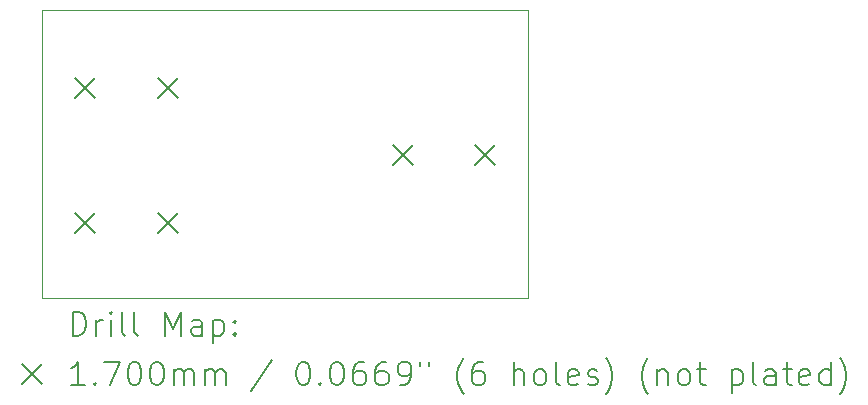
<source format=gbr>
%TF.GenerationSoftware,KiCad,Pcbnew,8.0.8*%
%TF.CreationDate,2025-03-16T01:19:41+08:00*%
%TF.ProjectId,TwoWayAudioSwitch-V1,54776f57-6179-4417-9564-696f53776974,rev?*%
%TF.SameCoordinates,Original*%
%TF.FileFunction,Drillmap*%
%TF.FilePolarity,Positive*%
%FSLAX45Y45*%
G04 Gerber Fmt 4.5, Leading zero omitted, Abs format (unit mm)*
G04 Created by KiCad (PCBNEW 8.0.8) date 2025-03-16 01:19:41*
%MOMM*%
%LPD*%
G01*
G04 APERTURE LIST*
%ADD10C,0.050000*%
%ADD11C,0.200000*%
%ADD12C,0.170000*%
G04 APERTURE END LIST*
D10*
X11017250Y-6301740D02*
X15129510Y-6301740D01*
X15129510Y-8742680D01*
X11017250Y-8742680D01*
X11017250Y-6301740D01*
D11*
D12*
X11294780Y-6872900D02*
X11464780Y-7042900D01*
X11464780Y-6872900D02*
X11294780Y-7042900D01*
X11297780Y-8015060D02*
X11467780Y-8185060D01*
X11467780Y-8015060D02*
X11297780Y-8185060D01*
X11994780Y-6872900D02*
X12164780Y-7042900D01*
X12164780Y-6872900D02*
X11994780Y-7042900D01*
X11997780Y-8015060D02*
X12167780Y-8185060D01*
X12167780Y-8015060D02*
X11997780Y-8185060D01*
X13986180Y-7443560D02*
X14156180Y-7613560D01*
X14156180Y-7443560D02*
X13986180Y-7613560D01*
X14686180Y-7443560D02*
X14856180Y-7613560D01*
X14856180Y-7443560D02*
X14686180Y-7613560D01*
D11*
X11275527Y-9056664D02*
X11275527Y-8856664D01*
X11275527Y-8856664D02*
X11323146Y-8856664D01*
X11323146Y-8856664D02*
X11351717Y-8866188D01*
X11351717Y-8866188D02*
X11370765Y-8885235D01*
X11370765Y-8885235D02*
X11380289Y-8904283D01*
X11380289Y-8904283D02*
X11389812Y-8942378D01*
X11389812Y-8942378D02*
X11389812Y-8970950D01*
X11389812Y-8970950D02*
X11380289Y-9009045D01*
X11380289Y-9009045D02*
X11370765Y-9028092D01*
X11370765Y-9028092D02*
X11351717Y-9047140D01*
X11351717Y-9047140D02*
X11323146Y-9056664D01*
X11323146Y-9056664D02*
X11275527Y-9056664D01*
X11475527Y-9056664D02*
X11475527Y-8923330D01*
X11475527Y-8961426D02*
X11485051Y-8942378D01*
X11485051Y-8942378D02*
X11494574Y-8932854D01*
X11494574Y-8932854D02*
X11513622Y-8923330D01*
X11513622Y-8923330D02*
X11532670Y-8923330D01*
X11599336Y-9056664D02*
X11599336Y-8923330D01*
X11599336Y-8856664D02*
X11589812Y-8866188D01*
X11589812Y-8866188D02*
X11599336Y-8875711D01*
X11599336Y-8875711D02*
X11608860Y-8866188D01*
X11608860Y-8866188D02*
X11599336Y-8856664D01*
X11599336Y-8856664D02*
X11599336Y-8875711D01*
X11723146Y-9056664D02*
X11704098Y-9047140D01*
X11704098Y-9047140D02*
X11694574Y-9028092D01*
X11694574Y-9028092D02*
X11694574Y-8856664D01*
X11827908Y-9056664D02*
X11808860Y-9047140D01*
X11808860Y-9047140D02*
X11799336Y-9028092D01*
X11799336Y-9028092D02*
X11799336Y-8856664D01*
X12056479Y-9056664D02*
X12056479Y-8856664D01*
X12056479Y-8856664D02*
X12123146Y-8999521D01*
X12123146Y-8999521D02*
X12189812Y-8856664D01*
X12189812Y-8856664D02*
X12189812Y-9056664D01*
X12370765Y-9056664D02*
X12370765Y-8951902D01*
X12370765Y-8951902D02*
X12361241Y-8932854D01*
X12361241Y-8932854D02*
X12342193Y-8923330D01*
X12342193Y-8923330D02*
X12304098Y-8923330D01*
X12304098Y-8923330D02*
X12285051Y-8932854D01*
X12370765Y-9047140D02*
X12351717Y-9056664D01*
X12351717Y-9056664D02*
X12304098Y-9056664D01*
X12304098Y-9056664D02*
X12285051Y-9047140D01*
X12285051Y-9047140D02*
X12275527Y-9028092D01*
X12275527Y-9028092D02*
X12275527Y-9009045D01*
X12275527Y-9009045D02*
X12285051Y-8989997D01*
X12285051Y-8989997D02*
X12304098Y-8980473D01*
X12304098Y-8980473D02*
X12351717Y-8980473D01*
X12351717Y-8980473D02*
X12370765Y-8970950D01*
X12466003Y-8923330D02*
X12466003Y-9123330D01*
X12466003Y-8932854D02*
X12485051Y-8923330D01*
X12485051Y-8923330D02*
X12523146Y-8923330D01*
X12523146Y-8923330D02*
X12542193Y-8932854D01*
X12542193Y-8932854D02*
X12551717Y-8942378D01*
X12551717Y-8942378D02*
X12561241Y-8961426D01*
X12561241Y-8961426D02*
X12561241Y-9018569D01*
X12561241Y-9018569D02*
X12551717Y-9037616D01*
X12551717Y-9037616D02*
X12542193Y-9047140D01*
X12542193Y-9047140D02*
X12523146Y-9056664D01*
X12523146Y-9056664D02*
X12485051Y-9056664D01*
X12485051Y-9056664D02*
X12466003Y-9047140D01*
X12646955Y-9037616D02*
X12656479Y-9047140D01*
X12656479Y-9047140D02*
X12646955Y-9056664D01*
X12646955Y-9056664D02*
X12637432Y-9047140D01*
X12637432Y-9047140D02*
X12646955Y-9037616D01*
X12646955Y-9037616D02*
X12646955Y-9056664D01*
X12646955Y-8932854D02*
X12656479Y-8942378D01*
X12656479Y-8942378D02*
X12646955Y-8951902D01*
X12646955Y-8951902D02*
X12637432Y-8942378D01*
X12637432Y-8942378D02*
X12646955Y-8932854D01*
X12646955Y-8932854D02*
X12646955Y-8951902D01*
D12*
X10844750Y-9300180D02*
X11014750Y-9470180D01*
X11014750Y-9300180D02*
X10844750Y-9470180D01*
D11*
X11380289Y-9476664D02*
X11266003Y-9476664D01*
X11323146Y-9476664D02*
X11323146Y-9276664D01*
X11323146Y-9276664D02*
X11304098Y-9305235D01*
X11304098Y-9305235D02*
X11285051Y-9324283D01*
X11285051Y-9324283D02*
X11266003Y-9333807D01*
X11466003Y-9457616D02*
X11475527Y-9467140D01*
X11475527Y-9467140D02*
X11466003Y-9476664D01*
X11466003Y-9476664D02*
X11456479Y-9467140D01*
X11456479Y-9467140D02*
X11466003Y-9457616D01*
X11466003Y-9457616D02*
X11466003Y-9476664D01*
X11542193Y-9276664D02*
X11675527Y-9276664D01*
X11675527Y-9276664D02*
X11589812Y-9476664D01*
X11789812Y-9276664D02*
X11808860Y-9276664D01*
X11808860Y-9276664D02*
X11827908Y-9286188D01*
X11827908Y-9286188D02*
X11837432Y-9295711D01*
X11837432Y-9295711D02*
X11846955Y-9314759D01*
X11846955Y-9314759D02*
X11856479Y-9352854D01*
X11856479Y-9352854D02*
X11856479Y-9400473D01*
X11856479Y-9400473D02*
X11846955Y-9438569D01*
X11846955Y-9438569D02*
X11837432Y-9457616D01*
X11837432Y-9457616D02*
X11827908Y-9467140D01*
X11827908Y-9467140D02*
X11808860Y-9476664D01*
X11808860Y-9476664D02*
X11789812Y-9476664D01*
X11789812Y-9476664D02*
X11770765Y-9467140D01*
X11770765Y-9467140D02*
X11761241Y-9457616D01*
X11761241Y-9457616D02*
X11751717Y-9438569D01*
X11751717Y-9438569D02*
X11742193Y-9400473D01*
X11742193Y-9400473D02*
X11742193Y-9352854D01*
X11742193Y-9352854D02*
X11751717Y-9314759D01*
X11751717Y-9314759D02*
X11761241Y-9295711D01*
X11761241Y-9295711D02*
X11770765Y-9286188D01*
X11770765Y-9286188D02*
X11789812Y-9276664D01*
X11980289Y-9276664D02*
X11999336Y-9276664D01*
X11999336Y-9276664D02*
X12018384Y-9286188D01*
X12018384Y-9286188D02*
X12027908Y-9295711D01*
X12027908Y-9295711D02*
X12037432Y-9314759D01*
X12037432Y-9314759D02*
X12046955Y-9352854D01*
X12046955Y-9352854D02*
X12046955Y-9400473D01*
X12046955Y-9400473D02*
X12037432Y-9438569D01*
X12037432Y-9438569D02*
X12027908Y-9457616D01*
X12027908Y-9457616D02*
X12018384Y-9467140D01*
X12018384Y-9467140D02*
X11999336Y-9476664D01*
X11999336Y-9476664D02*
X11980289Y-9476664D01*
X11980289Y-9476664D02*
X11961241Y-9467140D01*
X11961241Y-9467140D02*
X11951717Y-9457616D01*
X11951717Y-9457616D02*
X11942193Y-9438569D01*
X11942193Y-9438569D02*
X11932670Y-9400473D01*
X11932670Y-9400473D02*
X11932670Y-9352854D01*
X11932670Y-9352854D02*
X11942193Y-9314759D01*
X11942193Y-9314759D02*
X11951717Y-9295711D01*
X11951717Y-9295711D02*
X11961241Y-9286188D01*
X11961241Y-9286188D02*
X11980289Y-9276664D01*
X12132670Y-9476664D02*
X12132670Y-9343330D01*
X12132670Y-9362378D02*
X12142193Y-9352854D01*
X12142193Y-9352854D02*
X12161241Y-9343330D01*
X12161241Y-9343330D02*
X12189813Y-9343330D01*
X12189813Y-9343330D02*
X12208860Y-9352854D01*
X12208860Y-9352854D02*
X12218384Y-9371902D01*
X12218384Y-9371902D02*
X12218384Y-9476664D01*
X12218384Y-9371902D02*
X12227908Y-9352854D01*
X12227908Y-9352854D02*
X12246955Y-9343330D01*
X12246955Y-9343330D02*
X12275527Y-9343330D01*
X12275527Y-9343330D02*
X12294574Y-9352854D01*
X12294574Y-9352854D02*
X12304098Y-9371902D01*
X12304098Y-9371902D02*
X12304098Y-9476664D01*
X12399336Y-9476664D02*
X12399336Y-9343330D01*
X12399336Y-9362378D02*
X12408860Y-9352854D01*
X12408860Y-9352854D02*
X12427908Y-9343330D01*
X12427908Y-9343330D02*
X12456479Y-9343330D01*
X12456479Y-9343330D02*
X12475527Y-9352854D01*
X12475527Y-9352854D02*
X12485051Y-9371902D01*
X12485051Y-9371902D02*
X12485051Y-9476664D01*
X12485051Y-9371902D02*
X12494574Y-9352854D01*
X12494574Y-9352854D02*
X12513622Y-9343330D01*
X12513622Y-9343330D02*
X12542193Y-9343330D01*
X12542193Y-9343330D02*
X12561241Y-9352854D01*
X12561241Y-9352854D02*
X12570765Y-9371902D01*
X12570765Y-9371902D02*
X12570765Y-9476664D01*
X12961241Y-9267140D02*
X12789813Y-9524283D01*
X13218384Y-9276664D02*
X13237432Y-9276664D01*
X13237432Y-9276664D02*
X13256479Y-9286188D01*
X13256479Y-9286188D02*
X13266003Y-9295711D01*
X13266003Y-9295711D02*
X13275527Y-9314759D01*
X13275527Y-9314759D02*
X13285051Y-9352854D01*
X13285051Y-9352854D02*
X13285051Y-9400473D01*
X13285051Y-9400473D02*
X13275527Y-9438569D01*
X13275527Y-9438569D02*
X13266003Y-9457616D01*
X13266003Y-9457616D02*
X13256479Y-9467140D01*
X13256479Y-9467140D02*
X13237432Y-9476664D01*
X13237432Y-9476664D02*
X13218384Y-9476664D01*
X13218384Y-9476664D02*
X13199336Y-9467140D01*
X13199336Y-9467140D02*
X13189813Y-9457616D01*
X13189813Y-9457616D02*
X13180289Y-9438569D01*
X13180289Y-9438569D02*
X13170765Y-9400473D01*
X13170765Y-9400473D02*
X13170765Y-9352854D01*
X13170765Y-9352854D02*
X13180289Y-9314759D01*
X13180289Y-9314759D02*
X13189813Y-9295711D01*
X13189813Y-9295711D02*
X13199336Y-9286188D01*
X13199336Y-9286188D02*
X13218384Y-9276664D01*
X13370765Y-9457616D02*
X13380289Y-9467140D01*
X13380289Y-9467140D02*
X13370765Y-9476664D01*
X13370765Y-9476664D02*
X13361241Y-9467140D01*
X13361241Y-9467140D02*
X13370765Y-9457616D01*
X13370765Y-9457616D02*
X13370765Y-9476664D01*
X13504098Y-9276664D02*
X13523146Y-9276664D01*
X13523146Y-9276664D02*
X13542194Y-9286188D01*
X13542194Y-9286188D02*
X13551717Y-9295711D01*
X13551717Y-9295711D02*
X13561241Y-9314759D01*
X13561241Y-9314759D02*
X13570765Y-9352854D01*
X13570765Y-9352854D02*
X13570765Y-9400473D01*
X13570765Y-9400473D02*
X13561241Y-9438569D01*
X13561241Y-9438569D02*
X13551717Y-9457616D01*
X13551717Y-9457616D02*
X13542194Y-9467140D01*
X13542194Y-9467140D02*
X13523146Y-9476664D01*
X13523146Y-9476664D02*
X13504098Y-9476664D01*
X13504098Y-9476664D02*
X13485051Y-9467140D01*
X13485051Y-9467140D02*
X13475527Y-9457616D01*
X13475527Y-9457616D02*
X13466003Y-9438569D01*
X13466003Y-9438569D02*
X13456479Y-9400473D01*
X13456479Y-9400473D02*
X13456479Y-9352854D01*
X13456479Y-9352854D02*
X13466003Y-9314759D01*
X13466003Y-9314759D02*
X13475527Y-9295711D01*
X13475527Y-9295711D02*
X13485051Y-9286188D01*
X13485051Y-9286188D02*
X13504098Y-9276664D01*
X13742194Y-9276664D02*
X13704098Y-9276664D01*
X13704098Y-9276664D02*
X13685051Y-9286188D01*
X13685051Y-9286188D02*
X13675527Y-9295711D01*
X13675527Y-9295711D02*
X13656479Y-9324283D01*
X13656479Y-9324283D02*
X13646956Y-9362378D01*
X13646956Y-9362378D02*
X13646956Y-9438569D01*
X13646956Y-9438569D02*
X13656479Y-9457616D01*
X13656479Y-9457616D02*
X13666003Y-9467140D01*
X13666003Y-9467140D02*
X13685051Y-9476664D01*
X13685051Y-9476664D02*
X13723146Y-9476664D01*
X13723146Y-9476664D02*
X13742194Y-9467140D01*
X13742194Y-9467140D02*
X13751717Y-9457616D01*
X13751717Y-9457616D02*
X13761241Y-9438569D01*
X13761241Y-9438569D02*
X13761241Y-9390950D01*
X13761241Y-9390950D02*
X13751717Y-9371902D01*
X13751717Y-9371902D02*
X13742194Y-9362378D01*
X13742194Y-9362378D02*
X13723146Y-9352854D01*
X13723146Y-9352854D02*
X13685051Y-9352854D01*
X13685051Y-9352854D02*
X13666003Y-9362378D01*
X13666003Y-9362378D02*
X13656479Y-9371902D01*
X13656479Y-9371902D02*
X13646956Y-9390950D01*
X13932670Y-9276664D02*
X13894575Y-9276664D01*
X13894575Y-9276664D02*
X13875527Y-9286188D01*
X13875527Y-9286188D02*
X13866003Y-9295711D01*
X13866003Y-9295711D02*
X13846956Y-9324283D01*
X13846956Y-9324283D02*
X13837432Y-9362378D01*
X13837432Y-9362378D02*
X13837432Y-9438569D01*
X13837432Y-9438569D02*
X13846956Y-9457616D01*
X13846956Y-9457616D02*
X13856479Y-9467140D01*
X13856479Y-9467140D02*
X13875527Y-9476664D01*
X13875527Y-9476664D02*
X13913622Y-9476664D01*
X13913622Y-9476664D02*
X13932670Y-9467140D01*
X13932670Y-9467140D02*
X13942194Y-9457616D01*
X13942194Y-9457616D02*
X13951717Y-9438569D01*
X13951717Y-9438569D02*
X13951717Y-9390950D01*
X13951717Y-9390950D02*
X13942194Y-9371902D01*
X13942194Y-9371902D02*
X13932670Y-9362378D01*
X13932670Y-9362378D02*
X13913622Y-9352854D01*
X13913622Y-9352854D02*
X13875527Y-9352854D01*
X13875527Y-9352854D02*
X13856479Y-9362378D01*
X13856479Y-9362378D02*
X13846956Y-9371902D01*
X13846956Y-9371902D02*
X13837432Y-9390950D01*
X14046956Y-9476664D02*
X14085051Y-9476664D01*
X14085051Y-9476664D02*
X14104098Y-9467140D01*
X14104098Y-9467140D02*
X14113622Y-9457616D01*
X14113622Y-9457616D02*
X14132670Y-9429045D01*
X14132670Y-9429045D02*
X14142194Y-9390950D01*
X14142194Y-9390950D02*
X14142194Y-9314759D01*
X14142194Y-9314759D02*
X14132670Y-9295711D01*
X14132670Y-9295711D02*
X14123146Y-9286188D01*
X14123146Y-9286188D02*
X14104098Y-9276664D01*
X14104098Y-9276664D02*
X14066003Y-9276664D01*
X14066003Y-9276664D02*
X14046956Y-9286188D01*
X14046956Y-9286188D02*
X14037432Y-9295711D01*
X14037432Y-9295711D02*
X14027908Y-9314759D01*
X14027908Y-9314759D02*
X14027908Y-9362378D01*
X14027908Y-9362378D02*
X14037432Y-9381426D01*
X14037432Y-9381426D02*
X14046956Y-9390950D01*
X14046956Y-9390950D02*
X14066003Y-9400473D01*
X14066003Y-9400473D02*
X14104098Y-9400473D01*
X14104098Y-9400473D02*
X14123146Y-9390950D01*
X14123146Y-9390950D02*
X14132670Y-9381426D01*
X14132670Y-9381426D02*
X14142194Y-9362378D01*
X14218384Y-9276664D02*
X14218384Y-9314759D01*
X14294575Y-9276664D02*
X14294575Y-9314759D01*
X14589813Y-9552854D02*
X14580289Y-9543330D01*
X14580289Y-9543330D02*
X14561241Y-9514759D01*
X14561241Y-9514759D02*
X14551718Y-9495711D01*
X14551718Y-9495711D02*
X14542194Y-9467140D01*
X14542194Y-9467140D02*
X14532670Y-9419521D01*
X14532670Y-9419521D02*
X14532670Y-9381426D01*
X14532670Y-9381426D02*
X14542194Y-9333807D01*
X14542194Y-9333807D02*
X14551718Y-9305235D01*
X14551718Y-9305235D02*
X14561241Y-9286188D01*
X14561241Y-9286188D02*
X14580289Y-9257616D01*
X14580289Y-9257616D02*
X14589813Y-9248092D01*
X14751718Y-9276664D02*
X14713622Y-9276664D01*
X14713622Y-9276664D02*
X14694575Y-9286188D01*
X14694575Y-9286188D02*
X14685051Y-9295711D01*
X14685051Y-9295711D02*
X14666003Y-9324283D01*
X14666003Y-9324283D02*
X14656479Y-9362378D01*
X14656479Y-9362378D02*
X14656479Y-9438569D01*
X14656479Y-9438569D02*
X14666003Y-9457616D01*
X14666003Y-9457616D02*
X14675527Y-9467140D01*
X14675527Y-9467140D02*
X14694575Y-9476664D01*
X14694575Y-9476664D02*
X14732670Y-9476664D01*
X14732670Y-9476664D02*
X14751718Y-9467140D01*
X14751718Y-9467140D02*
X14761241Y-9457616D01*
X14761241Y-9457616D02*
X14770765Y-9438569D01*
X14770765Y-9438569D02*
X14770765Y-9390950D01*
X14770765Y-9390950D02*
X14761241Y-9371902D01*
X14761241Y-9371902D02*
X14751718Y-9362378D01*
X14751718Y-9362378D02*
X14732670Y-9352854D01*
X14732670Y-9352854D02*
X14694575Y-9352854D01*
X14694575Y-9352854D02*
X14675527Y-9362378D01*
X14675527Y-9362378D02*
X14666003Y-9371902D01*
X14666003Y-9371902D02*
X14656479Y-9390950D01*
X15008860Y-9476664D02*
X15008860Y-9276664D01*
X15094575Y-9476664D02*
X15094575Y-9371902D01*
X15094575Y-9371902D02*
X15085051Y-9352854D01*
X15085051Y-9352854D02*
X15066003Y-9343330D01*
X15066003Y-9343330D02*
X15037432Y-9343330D01*
X15037432Y-9343330D02*
X15018384Y-9352854D01*
X15018384Y-9352854D02*
X15008860Y-9362378D01*
X15218384Y-9476664D02*
X15199337Y-9467140D01*
X15199337Y-9467140D02*
X15189813Y-9457616D01*
X15189813Y-9457616D02*
X15180289Y-9438569D01*
X15180289Y-9438569D02*
X15180289Y-9381426D01*
X15180289Y-9381426D02*
X15189813Y-9362378D01*
X15189813Y-9362378D02*
X15199337Y-9352854D01*
X15199337Y-9352854D02*
X15218384Y-9343330D01*
X15218384Y-9343330D02*
X15246956Y-9343330D01*
X15246956Y-9343330D02*
X15266003Y-9352854D01*
X15266003Y-9352854D02*
X15275527Y-9362378D01*
X15275527Y-9362378D02*
X15285051Y-9381426D01*
X15285051Y-9381426D02*
X15285051Y-9438569D01*
X15285051Y-9438569D02*
X15275527Y-9457616D01*
X15275527Y-9457616D02*
X15266003Y-9467140D01*
X15266003Y-9467140D02*
X15246956Y-9476664D01*
X15246956Y-9476664D02*
X15218384Y-9476664D01*
X15399337Y-9476664D02*
X15380289Y-9467140D01*
X15380289Y-9467140D02*
X15370765Y-9448092D01*
X15370765Y-9448092D02*
X15370765Y-9276664D01*
X15551718Y-9467140D02*
X15532670Y-9476664D01*
X15532670Y-9476664D02*
X15494575Y-9476664D01*
X15494575Y-9476664D02*
X15475527Y-9467140D01*
X15475527Y-9467140D02*
X15466003Y-9448092D01*
X15466003Y-9448092D02*
X15466003Y-9371902D01*
X15466003Y-9371902D02*
X15475527Y-9352854D01*
X15475527Y-9352854D02*
X15494575Y-9343330D01*
X15494575Y-9343330D02*
X15532670Y-9343330D01*
X15532670Y-9343330D02*
X15551718Y-9352854D01*
X15551718Y-9352854D02*
X15561241Y-9371902D01*
X15561241Y-9371902D02*
X15561241Y-9390950D01*
X15561241Y-9390950D02*
X15466003Y-9409997D01*
X15637432Y-9467140D02*
X15656480Y-9476664D01*
X15656480Y-9476664D02*
X15694575Y-9476664D01*
X15694575Y-9476664D02*
X15713622Y-9467140D01*
X15713622Y-9467140D02*
X15723146Y-9448092D01*
X15723146Y-9448092D02*
X15723146Y-9438569D01*
X15723146Y-9438569D02*
X15713622Y-9419521D01*
X15713622Y-9419521D02*
X15694575Y-9409997D01*
X15694575Y-9409997D02*
X15666003Y-9409997D01*
X15666003Y-9409997D02*
X15646956Y-9400473D01*
X15646956Y-9400473D02*
X15637432Y-9381426D01*
X15637432Y-9381426D02*
X15637432Y-9371902D01*
X15637432Y-9371902D02*
X15646956Y-9352854D01*
X15646956Y-9352854D02*
X15666003Y-9343330D01*
X15666003Y-9343330D02*
X15694575Y-9343330D01*
X15694575Y-9343330D02*
X15713622Y-9352854D01*
X15789813Y-9552854D02*
X15799337Y-9543330D01*
X15799337Y-9543330D02*
X15818384Y-9514759D01*
X15818384Y-9514759D02*
X15827908Y-9495711D01*
X15827908Y-9495711D02*
X15837432Y-9467140D01*
X15837432Y-9467140D02*
X15846956Y-9419521D01*
X15846956Y-9419521D02*
X15846956Y-9381426D01*
X15846956Y-9381426D02*
X15837432Y-9333807D01*
X15837432Y-9333807D02*
X15827908Y-9305235D01*
X15827908Y-9305235D02*
X15818384Y-9286188D01*
X15818384Y-9286188D02*
X15799337Y-9257616D01*
X15799337Y-9257616D02*
X15789813Y-9248092D01*
X16151718Y-9552854D02*
X16142194Y-9543330D01*
X16142194Y-9543330D02*
X16123146Y-9514759D01*
X16123146Y-9514759D02*
X16113622Y-9495711D01*
X16113622Y-9495711D02*
X16104099Y-9467140D01*
X16104099Y-9467140D02*
X16094575Y-9419521D01*
X16094575Y-9419521D02*
X16094575Y-9381426D01*
X16094575Y-9381426D02*
X16104099Y-9333807D01*
X16104099Y-9333807D02*
X16113622Y-9305235D01*
X16113622Y-9305235D02*
X16123146Y-9286188D01*
X16123146Y-9286188D02*
X16142194Y-9257616D01*
X16142194Y-9257616D02*
X16151718Y-9248092D01*
X16227908Y-9343330D02*
X16227908Y-9476664D01*
X16227908Y-9362378D02*
X16237432Y-9352854D01*
X16237432Y-9352854D02*
X16256480Y-9343330D01*
X16256480Y-9343330D02*
X16285051Y-9343330D01*
X16285051Y-9343330D02*
X16304099Y-9352854D01*
X16304099Y-9352854D02*
X16313622Y-9371902D01*
X16313622Y-9371902D02*
X16313622Y-9476664D01*
X16437432Y-9476664D02*
X16418384Y-9467140D01*
X16418384Y-9467140D02*
X16408861Y-9457616D01*
X16408861Y-9457616D02*
X16399337Y-9438569D01*
X16399337Y-9438569D02*
X16399337Y-9381426D01*
X16399337Y-9381426D02*
X16408861Y-9362378D01*
X16408861Y-9362378D02*
X16418384Y-9352854D01*
X16418384Y-9352854D02*
X16437432Y-9343330D01*
X16437432Y-9343330D02*
X16466003Y-9343330D01*
X16466003Y-9343330D02*
X16485051Y-9352854D01*
X16485051Y-9352854D02*
X16494575Y-9362378D01*
X16494575Y-9362378D02*
X16504099Y-9381426D01*
X16504099Y-9381426D02*
X16504099Y-9438569D01*
X16504099Y-9438569D02*
X16494575Y-9457616D01*
X16494575Y-9457616D02*
X16485051Y-9467140D01*
X16485051Y-9467140D02*
X16466003Y-9476664D01*
X16466003Y-9476664D02*
X16437432Y-9476664D01*
X16561242Y-9343330D02*
X16637432Y-9343330D01*
X16589813Y-9276664D02*
X16589813Y-9448092D01*
X16589813Y-9448092D02*
X16599337Y-9467140D01*
X16599337Y-9467140D02*
X16618384Y-9476664D01*
X16618384Y-9476664D02*
X16637432Y-9476664D01*
X16856480Y-9343330D02*
X16856480Y-9543330D01*
X16856480Y-9352854D02*
X16875527Y-9343330D01*
X16875527Y-9343330D02*
X16913623Y-9343330D01*
X16913623Y-9343330D02*
X16932670Y-9352854D01*
X16932670Y-9352854D02*
X16942194Y-9362378D01*
X16942194Y-9362378D02*
X16951718Y-9381426D01*
X16951718Y-9381426D02*
X16951718Y-9438569D01*
X16951718Y-9438569D02*
X16942194Y-9457616D01*
X16942194Y-9457616D02*
X16932670Y-9467140D01*
X16932670Y-9467140D02*
X16913623Y-9476664D01*
X16913623Y-9476664D02*
X16875527Y-9476664D01*
X16875527Y-9476664D02*
X16856480Y-9467140D01*
X17066004Y-9476664D02*
X17046956Y-9467140D01*
X17046956Y-9467140D02*
X17037432Y-9448092D01*
X17037432Y-9448092D02*
X17037432Y-9276664D01*
X17227908Y-9476664D02*
X17227908Y-9371902D01*
X17227908Y-9371902D02*
X17218385Y-9352854D01*
X17218385Y-9352854D02*
X17199337Y-9343330D01*
X17199337Y-9343330D02*
X17161242Y-9343330D01*
X17161242Y-9343330D02*
X17142194Y-9352854D01*
X17227908Y-9467140D02*
X17208861Y-9476664D01*
X17208861Y-9476664D02*
X17161242Y-9476664D01*
X17161242Y-9476664D02*
X17142194Y-9467140D01*
X17142194Y-9467140D02*
X17132670Y-9448092D01*
X17132670Y-9448092D02*
X17132670Y-9429045D01*
X17132670Y-9429045D02*
X17142194Y-9409997D01*
X17142194Y-9409997D02*
X17161242Y-9400473D01*
X17161242Y-9400473D02*
X17208861Y-9400473D01*
X17208861Y-9400473D02*
X17227908Y-9390950D01*
X17294575Y-9343330D02*
X17370765Y-9343330D01*
X17323146Y-9276664D02*
X17323146Y-9448092D01*
X17323146Y-9448092D02*
X17332670Y-9467140D01*
X17332670Y-9467140D02*
X17351718Y-9476664D01*
X17351718Y-9476664D02*
X17370765Y-9476664D01*
X17513623Y-9467140D02*
X17494575Y-9476664D01*
X17494575Y-9476664D02*
X17456480Y-9476664D01*
X17456480Y-9476664D02*
X17437432Y-9467140D01*
X17437432Y-9467140D02*
X17427908Y-9448092D01*
X17427908Y-9448092D02*
X17427908Y-9371902D01*
X17427908Y-9371902D02*
X17437432Y-9352854D01*
X17437432Y-9352854D02*
X17456480Y-9343330D01*
X17456480Y-9343330D02*
X17494575Y-9343330D01*
X17494575Y-9343330D02*
X17513623Y-9352854D01*
X17513623Y-9352854D02*
X17523146Y-9371902D01*
X17523146Y-9371902D02*
X17523146Y-9390950D01*
X17523146Y-9390950D02*
X17427908Y-9409997D01*
X17694575Y-9476664D02*
X17694575Y-9276664D01*
X17694575Y-9467140D02*
X17675527Y-9476664D01*
X17675527Y-9476664D02*
X17637432Y-9476664D01*
X17637432Y-9476664D02*
X17618385Y-9467140D01*
X17618385Y-9467140D02*
X17608861Y-9457616D01*
X17608861Y-9457616D02*
X17599337Y-9438569D01*
X17599337Y-9438569D02*
X17599337Y-9381426D01*
X17599337Y-9381426D02*
X17608861Y-9362378D01*
X17608861Y-9362378D02*
X17618385Y-9352854D01*
X17618385Y-9352854D02*
X17637432Y-9343330D01*
X17637432Y-9343330D02*
X17675527Y-9343330D01*
X17675527Y-9343330D02*
X17694575Y-9352854D01*
X17770766Y-9552854D02*
X17780289Y-9543330D01*
X17780289Y-9543330D02*
X17799337Y-9514759D01*
X17799337Y-9514759D02*
X17808861Y-9495711D01*
X17808861Y-9495711D02*
X17818385Y-9467140D01*
X17818385Y-9467140D02*
X17827908Y-9419521D01*
X17827908Y-9419521D02*
X17827908Y-9381426D01*
X17827908Y-9381426D02*
X17818385Y-9333807D01*
X17818385Y-9333807D02*
X17808861Y-9305235D01*
X17808861Y-9305235D02*
X17799337Y-9286188D01*
X17799337Y-9286188D02*
X17780289Y-9257616D01*
X17780289Y-9257616D02*
X17770766Y-9248092D01*
M02*

</source>
